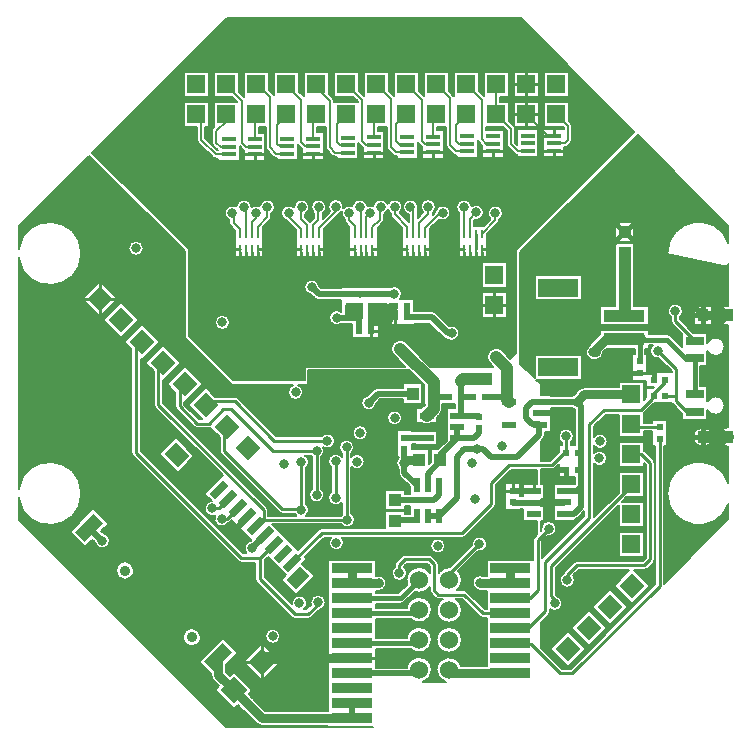
<source format=gbr>
G04 EasyPC Gerber Version 21.0.3 Build 4286 *
G04 #@! TF.Part,Single*
G04 #@! TF.FileFunction,Copper,L4,Bot *
G04 #@! TF.FilePolarity,Positive *
%FSLAX35Y35*%
%MOIN*%
G04 #@! TA.AperFunction,SMDPad*
%ADD132R,0.01000X0.02756*%
%ADD78R,0.04600X0.01800*%
%ADD130R,0.02165X0.04724*%
%ADD21R,0.02400X0.02400*%
%ADD129R,0.04724X0.02362*%
%ADD23R,0.02400X0.02400*%
%ADD140R,0.05900X0.02800*%
%ADD141R,0.03200X0.03900*%
%ADD133R,0.13200X0.03200*%
%ADD81R,0.03937X0.04291*%
%ADD26R,0.03940X0.04330*%
%ADD139R,0.13800X0.03900*%
%ADD82R,0.04291X0.03937*%
%ADD27R,0.04330X0.03940*%
%AMT134*0 Rectangle Pad at angle 135*21,1,0.02700,0.06300,0,0,135*%
%ADD134T134*%
%AMT136*0 Rectangle Pad at angle 45*21,1,0.05500,0.06300,0,0,45*%
%ADD136T136*%
G04 #@! TA.AperFunction,ComponentPad*
%ADD72R,0.06000X0.06000*%
G04 #@! TD.AperFunction*
%ADD11C,0.00500*%
%ADD15C,0.00800*%
%ADD14C,0.01000*%
%ADD19C,0.01500*%
%ADD84C,0.02000*%
%ADD85C,0.03000*%
G04 #@! TA.AperFunction,ViaPad*
%ADD83C,0.03200*%
G04 #@! TA.AperFunction,ComponentPad*
%ADD80C,0.03600*%
G04 #@! TD.AperFunction*
%ADD86C,0.04000*%
G04 #@! TA.AperFunction,WasherPad*
%ADD70C,0.06000*%
G04 #@! TA.AperFunction,ComponentPad*
%AMT77*0 Rectangle Pad at angle 45*21,1,0.06000,0.06000,0,0,45*%
%ADD77T77*%
G04 #@! TA.AperFunction,SMDPad*
%AMT131*0 Rectangle Pad at angle 45*21,1,0.06300,0.06300,0,0,45*%
%ADD131T131*%
%AMT137*0 Rectangle Pad at angle 135*21,1,0.04700,0.06300,0,0,135*%
%ADD137T137*%
%AMT135*0 Rectangle Pad at angle 135*21,1,0.04700,0.08700,0,0,135*%
%ADD135T135*%
%ADD138R,0.13400X0.05900*%
X0Y0D02*
D02*
D11*
X27018Y193782D02*
X3450Y170215D01*
Y162596*
G75*
G02X24350Y161150I10400J-1446*
G01*
G75*
G02X3450Y159704I-10500*
G01*
Y82596*
G75*
G02X24350Y81150I10400J-1446*
G01*
G75*
G02X3450Y79704I-10500*
G01*
Y72385*
X72685Y3150*
X121650*
Y3300*
X106700*
Y3700*
X84550*
G75*
G02X82818Y4418I0J2450*
G01*
X79274Y7962*
G75*
G02X77586Y9416I814J2650*
G01*
X76404Y10581*
X75112Y9290*
X68890Y15512*
X70269Y16891*
X68316Y18844*
G75*
G02X67598Y20576I1732J1733*
G01*
Y21045*
X63543Y25100*
X71462Y33020*
X76554Y27929*
X72498Y23873*
Y21591*
X73733Y20356*
X75112Y21735*
X81335Y15512*
X80091Y14269*
X81245Y13132*
G75*
G02X82739Y11426I-1157J-2520*
G01*
X85565Y8600*
X106700*
Y59000*
X122400*
Y53700*
X122743*
G75*
G02X126000Y51250I707J-2450*
G01*
G75*
G02X122743Y48800I-2550*
G01*
X122400*
Y47850*
X130046*
X132994Y50798*
G75*
G02X140500Y54687I3956J1552*
G01*
Y56949*
X139649Y57800*
X132751*
X131800Y56849*
Y56648*
G75*
G02X132900Y54550I-1450J-2098*
G01*
G75*
G02X127800I-2550*
G01*
G75*
G02X128900Y56648I2550*
G01*
Y57450*
G75*
G02X129325Y58475I1450*
G01*
X131125Y60275*
G75*
G02X132150Y60700I1025J-1025*
G01*
X140250*
G75*
G02X141275Y60275J-1450*
G01*
X142975Y58575*
G75*
G02X143400Y57550I-1025J-1025*
G01*
Y54687*
G75*
G02X147239Y56590I3550J-2337*
G01*
X154541Y63892*
G75*
G02X154500Y64350I2508J457*
G01*
G75*
G02X159600I2550*
G01*
G75*
G02X156592Y61841I-2550*
G01*
X150030Y55279*
G75*
G02X149432Y48900I-3080J-2929*
G01*
X151850*
G75*
G02X152875Y48475J-1450*
G01*
X158751Y42600*
X159500*
Y48700*
X157450*
G75*
G02X156324Y48974J2450*
G01*
G75*
G02X154700Y51350I926J2376*
G01*
G75*
G02X158450Y53600I2550*
G01*
X159500*
Y59000*
X175000*
Y65750*
G75*
G02X175425Y66775I1450*
G01*
X176250Y67601*
Y68726*
G75*
G02X176248Y68757I1198J77*
G01*
X176248Y68778*
G75*
G02X176247Y68822I1200J43*
G01*
Y71979*
X171496*
Y76043*
X170600*
Y75700*
X165700*
Y84500*
X170600*
Y80257*
X171496*
Y84321*
X176247*
Y89043*
X167516*
X162557Y84084*
Y77650*
G75*
G02X162087Y76513I-1607*
G01*
X152487Y66913*
G75*
G02X151350Y66443I-1137J1137*
G01*
X111257*
G75*
G02X111900Y64750I-1907J-1692*
G01*
G75*
G02X106800I-2550*
G01*
G75*
G02X107443Y66443I2550J0*
G01*
X105221*
X98887Y60043*
X99605Y59324*
X97979Y57698*
X102151Y53526*
X95928Y47304*
X90837Y52394*
X92464Y54021*
X86579Y59906*
X85533Y58860*
Y53240*
X94533Y44240*
G75*
G02X94500Y44650I2517J409*
G01*
G75*
G02X99600I2550*
G01*
G75*
G02X98641Y42657I-2550*
G01*
X99384*
X100816Y44089*
G75*
G02X100700Y44850I2434J761*
G01*
G75*
G02X105800I2550*
G01*
G75*
G02X103597Y42324I-2550*
G01*
X101187Y39913*
G75*
G02X100050Y39443I-1137J1137*
G01*
X95450*
G75*
G02X94313Y39913J1607*
G01*
X82789Y51438*
G75*
G02X82318Y52574I1137J1137*
G01*
Y58043*
X77650*
G75*
G02X76513Y58513J1607*
G01*
X41513Y93513*
G75*
G02X41043Y94650I1137J1137*
G01*
Y129347*
X38633Y131757*
X44643Y137767*
X50654Y131757*
X44643Y125746*
X44257Y126132*
Y95316*
X78316Y61257*
X79343*
G75*
G02X80793Y65459I1907J1693*
G01*
X80910Y65574*
X74326Y72158*
X73793Y71625*
G75*
G02X73319Y71309I-1026J1025*
G01*
G75*
G02X68857Y73767I-2169J1341*
G01*
G75*
G02X65400Y76150I-907J2383*
G01*
G75*
G02X67790Y78695I2550*
G01*
X65381Y81103*
X71464Y87185*
X48925Y109725*
G75*
G02X48500Y110750I1025J1025*
G01*
Y121890*
X45704Y124685*
X51715Y130696*
X57725Y124685*
X51715Y118675*
X51400Y118990*
Y111351*
X86175Y76575*
G75*
G02X86600Y75550I-1025J-1025*
G01*
Y73800*
X96007*
G75*
G02X95461Y74443I1643J1950*
G01*
X91350*
G75*
G02X90213Y74913J1607*
G01*
X70913Y94213*
G75*
G02X70443Y95350I1137J1137*
G01*
Y99947*
X67337Y103053*
G75*
G02X66950Y103000I-387J1397*
G01*
X62850*
G75*
G02X61825Y103425J1450*
G01*
X56125Y109125*
G75*
G02X55700Y110150I1025J1025*
G01*
Y114690*
X52775Y117615*
X58785Y123625*
X64796Y117615*
X58785Y111604*
X58600Y111790*
Y110751*
X63451Y105900*
X64490*
X59846Y110543*
X65857Y116554*
X68953Y113457*
X75450*
G75*
G02X76591Y112982J-1607*
G01*
X89219Y100257*
X104370*
G75*
G02X108900Y98650I1980J-1607*
G01*
G75*
G02X104969Y96506I-2550*
G01*
G75*
G02X104200Y93152I-2219J-1256*
G01*
Y82748*
G75*
G02X105300Y80650I-1450J-2098*
G01*
G75*
G02X100200I-2550*
G01*
G75*
G02X101300Y82748I2550*
G01*
Y93152*
G75*
G02X100652Y93800I1450J2098*
G01*
X99021*
G75*
G02X99257Y89670I-1371J-2150*
G01*
Y77730*
G75*
G02X99293Y73800I-1607J-1980*
G01*
X110873*
G75*
G02X111143Y74128I2098J-1450*
G01*
Y78059*
G75*
G02X106600Y79650I-1993J1591*
G01*
G75*
G02X107700Y81748I2550*
G01*
Y89752*
G75*
G02X106600Y91850I1450J2098*
G01*
G75*
G02X111143Y93441I2550*
G01*
Y94570*
G75*
G02X110200Y96550I1607J1980*
G01*
G75*
G02X115300I2550*
G01*
G75*
G02X114357Y94570I-2550*
G01*
Y93459*
G75*
G02X118800Y91750I1893J-1709*
G01*
G75*
G02X114357Y90041I-2550*
G01*
Y74490*
G75*
G02X115520Y72350I-1387J-2140*
G01*
G75*
G02X110873Y70900I-2550*
G01*
X88030*
X96614Y62316*
X103407Y69181*
G75*
G02X104550Y69657I1143J-1131*
G01*
X125535*
Y75170*
X132365*
Y74300*
X133877*
Y76843*
X132365*
Y75730*
X125535*
Y82170*
X132365*
Y81057*
X133877*
Y83543*
X130671Y86749*
G75*
G02X130100Y88128I1379J1379*
G01*
Y89279*
G75*
G02Y93221I1950J1971*
G01*
Y93400*
X129600*
Y102200*
X134500*
Y101857*
X135796*
Y102041*
X143020*
Y97179*
X135796*
Y97643*
X134500*
Y95865*
X140270*
Y90995*
X140830Y91569*
Y95865*
X143189*
X146080Y98756*
Y109521*
X148900*
Y111000*
X144700*
Y109432*
G75*
G02X143836Y107346I-2950J0*
G01*
X143020Y106530*
Y104659*
X141079*
G75*
G02X137737I-1671J2431*
G01*
X135796*
Y109521*
X137667*
X138800Y110654*
Y111035*
X138530*
Y113865*
G75*
G02Y115035I3221J585*
G01*
Y117298*
X137970Y117858*
Y111035*
X131530*
Y112500*
X124058*
X122691Y111133*
G75*
G02X117600Y111350I-2541J217*
G01*
G75*
G02X119933Y113891I2550*
G01*
X121871Y115829*
G75*
G02X123250Y116400I1379J-1379*
G01*
X131530*
Y117865*
X137963*
X133578Y122250*
X132465*
G75*
G02X132378Y122247I-87J1200*
G01*
X99953*
Y118850*
G75*
G02X99950Y118763I-1204*
G01*
Y117250*
X96612*
G75*
G02X98300Y114850I-862J-2400*
G01*
G75*
G02X93200I-2550*
G01*
G75*
G02X94888Y117250I2550*
G01*
X74650*
X58850Y133050*
Y161950*
X27018Y193782*
X24491Y145899D02*
X30501Y151909D01*
X36511Y145899*
X30501Y139889*
X24491Y145899*
X28010Y65652D02*
X25500Y63143D01*
X20409Y68234*
X28329Y76154*
X33420Y71062*
X30991Y68633*
X31785Y67863*
G75*
G02X33900Y65350I-435J-2513*
G01*
G75*
G02X28852Y64835I-2550*
G01*
X28010Y65652*
X31562Y138828D02*
X37572Y144838D01*
X43583Y138828*
X37572Y132817*
X31562Y138828*
X36708Y57592D02*
G75*
G02X41021Y53279I2157J-2157D01*
G01*
G75*
G02X36708Y57592I-2157J2157*
G01*
X45100Y162850D02*
G75*
G02X40000I-2550D01*
G01*
G75*
G02X45100I2550*
G01*
X55835Y99842D02*
X62058Y93619D01*
X56401Y87962*
X50178Y94185*
X55835Y99842*
X58982Y35318D02*
G75*
G02X63295Y31005I2157J-2157D01*
G01*
G75*
G02X58982Y35318I-2157J2157*
G01*
X90700Y33550D02*
G75*
G02X85600I-2550D01*
G01*
G75*
G02X90700I2550*
G01*
X90810Y24988D02*
X84588Y18765D01*
X78365Y24988*
X84588Y31210*
X90810Y24988*
X119800Y101350D02*
G75*
G02X114700I-2550D01*
G01*
G75*
G02X119800I2550*
G01*
X131300Y106350D02*
G75*
G02X126200I-2550D01*
G01*
G75*
G02X131300I2550*
G01*
X145700Y63650D02*
G75*
G02X140600I-2550D01*
G01*
G75*
G02X145700I2550*
G01*
X106700Y3400D02*
G36*
Y3700D01*
X84550*
G75*
G02X82818Y4418I1J2451*
G01*
X79274Y7962*
G75*
G02X77586Y9416I815J2652*
G01*
X76404Y10581*
X75112Y9290*
X68890Y15512*
X70269Y16891*
X68316Y18844*
G75*
G02X67598Y20576I1733J1733*
G01*
Y21045*
X63655Y24988*
X50848*
X72435Y3400*
X106700*
G37*
Y24988D02*
G36*
X90810D01*
X84588Y18765*
X78365Y24988*
X73613*
X72498Y23873*
Y21591*
X73733Y20356*
X75112Y21735*
X81335Y15512*
X80091Y14269*
X81245Y13132*
G75*
G02X82739Y11426I-1159J-2521*
G01*
X85565Y8600*
X106700*
Y24988*
G37*
Y33161D02*
G36*
X90670D01*
G75*
G02X85630I-2520J389*
G01*
X64189*
G75*
G02X63295Y31005I-3050*
G01*
G75*
G02X58089Y33161I-2157J2157*
G01*
X42674*
X50848Y24988*
X63655*
X63543Y25100*
X71462Y33020*
X76554Y27929*
X73613Y24988*
X78365*
X84588Y31210*
X90810Y24988*
X106700*
Y33161*
G37*
G36*
Y55435*
X100241*
X102151Y53526*
X95928Y47304*
X90837Y52394*
X92464Y54021*
X91049Y55435*
X85533*
Y53240*
X94533Y44240*
G75*
G02X94500Y44650I2522J410*
G01*
G75*
G02X99600I2550*
G01*
Y44650*
G75*
G02X98641Y42657I-2549*
G01*
X99384*
X100816Y44089*
G75*
G02X100700Y44849I2428J760*
G01*
G75*
G02Y44850I2820J0*
G01*
G75*
G02X105800I2550*
G01*
Y44850*
G75*
G02X103597Y42324I-2550*
G01*
X101187Y39913*
G75*
G02X100050Y39443I-1137J1138*
G01*
X95450*
G75*
G02X94313Y39913I1J1609*
G01*
X82789Y51438*
G75*
G02X82318Y52574I1138J1137*
G01*
Y55435*
X41915*
G75*
G02X41021Y53279I-3050*
G01*
G75*
G02X35815Y55435I-2157J2157*
G01*
X20400*
X42674Y33161*
X58089*
G75*
G02X58982Y35318I3050*
G01*
G75*
G02X64189Y33161I2157J-2157*
G01*
X85630*
G75*
G02X85600Y33550I2520J389*
G01*
G75*
G02X90700I2550*
G01*
G75*
G02X90670Y33161I-2550J1*
G01*
X106700*
G37*
X134027Y55435D02*
G36*
X132741D01*
G75*
G02X132900Y54550I-2392J-885*
G01*
G75*
G02X127800I-2550*
G01*
G75*
G02X127959Y55435I2550*
G01*
X122400*
Y53700*
X122743*
G75*
G02X126000Y51250I707J-2450*
G01*
G75*
G02X122743Y48800I-2550J0*
G01*
X122400*
Y47850*
X130046*
X132994Y50798*
G75*
G02X132700Y52350I3956J1552*
G01*
G75*
G02X134027Y55435I4250*
G01*
G37*
X140500D02*
G36*
X139873D01*
G75*
G02X140500Y54687I-2923J-3085*
G01*
Y55435*
G37*
X144027D02*
G36*
X143400D01*
Y54687*
G75*
G02X144027Y55435I3550J-2336*
G01*
G37*
X159500D02*
G36*
X150186D01*
X150030Y55279*
G75*
G02X151200Y52350I-3080J-2929*
G01*
G75*
G02X149432Y48900I-4250*
G01*
X151850*
G75*
G02X152875Y48475I-1J-1453*
G01*
X158751Y42600*
X159500*
Y48700*
X157450*
G75*
G02X156324Y48974I-2J2443*
G01*
G75*
G02X154700Y51350I926J2376*
G01*
G75*
G02X158450Y53600I2550*
G01*
X159500*
Y55435*
G37*
X82318D02*
G36*
Y58043D01*
X77650*
G75*
G02X76513Y58513I1J1609*
G01*
X71377Y63650*
X33251*
G75*
G02X29449I-1901J1700*
G01*
X26008*
X25500Y63143*
X24993Y63650*
X12185*
X20400Y55435*
X35815*
G75*
G02X36708Y57592I3050*
G01*
G75*
G02X41915Y55435I2157J-2157*
G01*
X82318*
G37*
X78798Y63650D02*
G36*
X75923D01*
X78316Y61257*
X79343*
G75*
G02X78700Y62950I1907J1692*
G01*
G75*
G02X78798Y63650I2550J1*
G01*
G37*
X91049Y55435D02*
G36*
X86579Y59906D01*
X85533Y58860*
Y55435*
X91049*
G37*
X154299Y63650D02*
G36*
X145700D01*
G75*
G02X140600I-2550*
G01*
X111650*
G75*
G02X107050I-2300J1100*
G01*
X102457*
X98887Y60043*
X99605Y59324*
X97979Y57698*
X100241Y55435*
X106700*
Y59000*
X122400*
Y55435*
X127959*
G75*
G02X128900Y56648I2392J-886*
G01*
Y57450*
G75*
G02X129325Y58475I1453J-1*
G01*
X131125Y60275*
G75*
G02X132150Y60700I1026J-1028*
G01*
X140250*
G75*
G02X141275Y60275I-1J-1453*
G01*
X142975Y58575*
G75*
G02X143400Y57550I-1028J-1026*
G01*
Y55435*
X144027*
G75*
G02X147239Y56590I2922J-3085*
G01*
X154299Y63650*
G37*
X97934D02*
G36*
X95280D01*
X96614Y62316*
X97934Y63650*
G37*
X140500Y55435D02*
G36*
Y56949D01*
X139649Y57800*
X132751*
X131800Y56849*
Y56648*
G75*
G02X132741Y55435I-1450J-2098*
G01*
X134027*
G75*
G02X139873I2923J-3085*
G01*
X140500*
G37*
X175000Y63650D02*
G36*
X159502D01*
G75*
G02X156592Y61841I-2452J700*
G01*
X150186Y55435*
X159500*
Y59000*
X175000*
Y63650*
G37*
X12185D02*
G36*
X24993D01*
X20409Y68234*
X21652Y69477*
X6359*
X12185Y63650*
G37*
X29449D02*
G36*
G75*
G02X28852Y64835I1901J1700D01*
G01*
X28010Y65652*
X26008Y63650*
X29449*
G37*
X71377D02*
G36*
X65550Y69477D01*
X31835*
X30991Y68633*
X31785Y67863*
G75*
G02X33900Y65351I-435J-2512*
G01*
G75*
G02Y65350I-3470J0*
G01*
G75*
G02X33251Y63650I-2550*
G01*
X71377*
G37*
X78798D02*
G36*
G75*
G02X80793Y65459I2452J-700D01*
G01*
X80910Y65574*
X77008Y69477*
X70096*
X75923Y63650*
X78798*
G37*
X103810Y69477D02*
G36*
X89453D01*
X95280Y63650*
X97934*
X103407Y69181*
G75*
G02X103810Y69477I1143J-1132*
G01*
G37*
X107050Y63650D02*
G36*
G75*
G02X106800Y64750I2300J1100D01*
G01*
G75*
G02X107443Y66443I2552J-1*
G01*
X105221*
X102457Y63650*
X107050*
G37*
X176000Y67351D02*
G36*
Y69477D01*
X155050*
X152487Y66913*
G75*
G02X151350Y66443I-1137J1138*
G01*
X111257*
G75*
G02X111900Y64750I-1910J-1693*
G01*
G75*
G02X111650Y63650I-2550J0*
G01*
X140600*
G75*
G02X145700I2550*
G01*
X154299*
X154541Y63892*
G75*
G02X154500Y64347I2485J455*
G01*
G75*
G02Y64350I2589J2*
G01*
G75*
G02X159600I2550*
G01*
G75*
G02X159502Y63650I-2551J0*
G01*
X175000*
Y65750*
G75*
G02X175425Y66775I1453J-1*
G01*
X176000Y67351*
G37*
X65550Y69477D02*
G36*
X41513Y93513D01*
G75*
G02X41227Y93902I1138J1138*
G01*
X3700*
Y83838*
G75*
G02X24350Y81150I10150J-2689*
G01*
G75*
G02X3700Y78462I-10500J0*
G01*
Y72135*
X6359Y69477*
X21652*
X28329Y76154*
X33420Y71062*
X31835Y69477*
X65550*
G37*
X77008D02*
G36*
X74326Y72158D01*
X73793Y71625*
G75*
G02X73319Y71309I-1023J1022*
G01*
G75*
G02X68600Y72650I-2169J1341*
G01*
G75*
G02X68857Y73767I2550J0*
G01*
G75*
G02X65400Y76150I-907J2383*
G01*
Y76150*
G75*
G02X67790Y78695I2550*
G01*
X65381Y81103*
X71464Y87185*
X64747Y93902*
X61775*
X62058Y93619*
X56401Y87962*
X50461Y93902*
X45671*
X70096Y69477*
X77008*
G37*
X71225Y93902D02*
G36*
X68848D01*
X86175Y76575*
G75*
G02X86600Y75550I-1028J-1026*
G01*
Y73800*
X96007*
G75*
G02X95461Y74443I1646J1953*
G01*
X91350*
G75*
G02X90213Y74913I1J1609*
G01*
X71225Y93902*
G37*
X103810Y69477D02*
G36*
G75*
G02X104550Y69657I741J-1428D01*
G01*
X125535*
Y75170*
X132365*
Y74300*
X133877*
Y76843*
X132365*
Y75730*
X125535*
Y82170*
X132365*
Y81057*
X133877*
Y83543*
X130671Y86749*
G75*
G02X130100Y88128I1378J1379*
G01*
Y89279*
G75*
G02X129277Y91250I1950J1971*
G01*
G75*
G02X130100Y93221I2773*
G01*
Y93400*
X129600*
Y93902*
X117618*
G75*
G02X118800Y91750I-1368J-2152*
G01*
G75*
G02X114357Y90041I-2550*
G01*
Y74490*
G75*
G02X115520Y72350I-1386J-2139*
G01*
Y72350*
G75*
G02X110873Y70900I-2550*
G01*
X88030*
X89453Y69477*
X103810*
G37*
X107636Y93902D02*
G36*
X104915D01*
G75*
G02X104200Y93152I-2165J1348*
G01*
Y82748*
G75*
G02X105300Y80650I-1450J-2098*
G01*
G75*
G02X100200I-2550*
G01*
G75*
G02X101300Y82748I2550J0*
G01*
Y93152*
G75*
G02X100652Y93800I1449J2097*
G01*
X99021*
G75*
G02X100200Y91650I-1372J-2150*
G01*
G75*
G02X99257Y89670I-2550*
G01*
Y77730*
G75*
G02X100200Y75750I-1607J-1980*
G01*
G75*
G02X99293Y73800I-2550*
G01*
X110873*
G75*
G02X111143Y74128I2077J-1433*
G01*
Y78059*
G75*
G02X106600Y79650I-1993J1591*
G01*
G75*
G02X107700Y81748I2550J0*
G01*
Y89752*
G75*
G02X106600Y91850I1450J2098*
G01*
G75*
G02X107636Y93902I2550*
G01*
G37*
X111143D02*
G36*
X110664D01*
G75*
G02X111143Y93441I-1514J-2053*
G01*
Y93902*
G37*
X114882D02*
G36*
X114357D01*
Y93459*
G75*
G02X114882Y93902I1893J-1709*
G01*
G37*
X140830D02*
G36*
X140270D01*
Y90995*
X140830Y91569*
Y93902*
G37*
X176000Y71979D02*
G36*
X171496D01*
Y76043*
X170600*
Y75700*
X165700*
Y84500*
X170600*
Y80257*
X171496*
Y84321*
X176000*
Y89043*
X167516*
X162557Y84084*
Y77650*
G75*
G02X162087Y76513I-1609J1*
G01*
X155050Y69477*
X176000*
Y71979*
G37*
X41227Y93902D02*
G36*
G75*
G02X41043Y94650I1424J748D01*
G01*
Y101350*
X3700*
Y93902*
X41227*
G37*
X45671D02*
G36*
X50461D01*
X50178Y94185*
X55835Y99842*
X61775Y93902*
X64747*
X57300Y101350*
X44257*
Y95316*
X45671Y93902*
G37*
X71225D02*
G36*
X70913Y94213D01*
G75*
G02X70443Y95350I1138J1137*
G01*
Y99947*
X69040Y101350*
X61401*
X68848Y93902*
X71225*
G37*
X129600Y101350D02*
G36*
X119800D01*
G75*
G02X114700I-2550*
G01*
X88135*
X89219Y100257*
X104370*
G75*
G02X108900Y98650I1980J-1607*
G01*
G75*
G02X104969Y96506I-2550J0*
G01*
G75*
G02X105300Y95250I-2219J-1256*
G01*
G75*
G02X104915Y93902I-2550*
G01*
X107636*
G75*
G02X110664I1514J-2052*
G01*
X111143*
Y94570*
G75*
G02X110200Y96550I1608J1980*
G01*
G75*
G02X115300I2550*
G01*
G75*
G02X114357Y94570I-2550J0*
G01*
Y93902*
X114882*
G75*
G02X117618I1368J-2152*
G01*
X129600*
Y101350*
G37*
X146080D02*
G36*
X143020D01*
Y97179*
X135796*
Y97643*
X134500*
Y95865*
X140270*
Y93902*
X140830*
Y95865*
X143189*
X146080Y98756*
Y101350*
G37*
X41043Y106350D02*
G36*
X3700D01*
Y101350*
X41043*
Y106350*
G37*
X69040Y101350D02*
G36*
X67337Y103053D01*
G75*
G02X66950Y103000I-389J1408*
G01*
X62850*
G75*
G02X61825Y103425I1J1453*
G01*
X58900Y106350*
X56401*
X61401Y101350*
X69040*
G37*
X57300D02*
G36*
X52300Y106350D01*
X44257*
Y101350*
X57300*
G37*
X64040Y106350D02*
G36*
X63001D01*
X63451Y105900*
X64490*
X64040Y106350*
G37*
X146080D02*
G36*
X143020D01*
Y104659*
X141079*
G75*
G02X137737I-1671J2431*
G01*
X135796*
Y106350*
X131300*
G75*
G02X126200I-2550*
G01*
X83173*
X88135Y101350*
X114700*
G75*
G02X119800I2550*
G01*
X129600*
Y102200*
X134500*
Y101857*
X135796*
Y102041*
X143020*
Y101350*
X146080*
Y106350*
G37*
X58850Y138828D02*
G36*
X43583D01*
X37572Y132817*
X31562Y138828*
X3700*
Y106350*
X41043*
Y129347*
X38633Y131757*
X44643Y137767*
X50654Y131757*
X44643Y125746*
X44257Y126132*
Y106350*
X52300*
X48925Y109725*
G75*
G02X48500Y110750I1028J1026*
G01*
Y121890*
X45704Y124685*
X51715Y130696*
X57725Y124685*
X51715Y118675*
X51400Y118990*
Y111351*
X56401Y106350*
X58900*
X56125Y109125*
G75*
G02X55700Y110150I1028J1026*
G01*
Y114690*
X52775Y117615*
X58785Y123625*
X64796Y117615*
X58785Y111604*
X58600Y111790*
Y110751*
X63001Y106350*
X64040*
X59846Y110543*
X65857Y116554*
X68953Y113457*
X75450*
G75*
G02X76591Y112982J-1607*
G01*
X83173Y106350*
X126200*
G75*
G02X131300I2550*
G01*
X135796*
Y109521*
X137667*
X138800Y110654*
Y111035*
X138530*
Y113865*
G75*
G02X138477Y114450I3222J585*
G01*
G75*
G02X138530Y115035I3275*
G01*
Y117298*
X137970Y117858*
Y111035*
X131530*
Y112500*
X124058*
X122691Y111133*
G75*
G02X117600Y111350I-2541J217*
G01*
G75*
G02X119933Y113891I2550*
G01*
X121871Y115829*
G75*
G02X123250Y116400I1379J-1378*
G01*
X131530*
Y117865*
X137963*
X133578Y122250*
X132465*
G75*
G02X132378Y122247I-87J1191*
G01*
X99953*
Y118850*
Y118850*
G75*
G02X99950Y118763I-1193*
G01*
Y117250*
X96612*
G75*
G02X98300Y114851I-861J-2399*
G01*
G75*
G02Y114850I-2820J0*
G01*
G75*
G02X93200I-2550*
G01*
G75*
G02Y114851I2820J0*
G01*
G75*
G02X94888Y117250I2549*
G01*
X74650*
X58850Y133050*
Y138828*
G37*
X146080Y106350D02*
G36*
Y109521D01*
X148900*
Y111000*
X144700*
Y109432*
G75*
G02X143836Y107346I-2952J1*
G01*
X143020Y106530*
Y106350*
X146080*
G37*
X58850Y145899D02*
G36*
X36511D01*
X30501Y139889*
X24491Y145899*
X3700*
Y138828*
X31562*
X37572Y144838*
X43583Y138828*
X58850*
Y145899*
G37*
X57950Y162850D02*
G36*
X45100D01*
G75*
G02X40000I-2550*
G01*
X24211*
G75*
G02X24350Y161150I-10362J-1700*
G01*
G75*
G02X3700Y158462I-10500J0*
G01*
Y145899*
X24491*
X30501Y151909*
X36511Y145899*
X58850*
Y161950*
X57950Y162850*
G37*
X27268Y193532D02*
G36*
X26768D01*
X3700Y170465*
Y163838*
G75*
G02X24211Y162850I10150J-2689*
G01*
X40000*
G75*
G02X45100I2550*
G01*
X57950*
X27268Y193532*
G37*
X27918Y194682D02*
X51750Y170850D01*
X51850*
X60150Y162550*
Y133650*
X74950Y118850*
X98750*
Y123450*
X132378*
X128464Y127364*
G75*
G02X132636Y131536I2086J2086*
G01*
X140722Y123450*
X161678*
X160464Y124664*
G75*
G02X164636Y128836I2086J2086*
G01*
X167336Y126136*
X169250Y128050*
Y162250*
X208682Y201682*
X170815Y239550*
X72785*
X27918Y194682*
X63000Y203300D02*
X58400D01*
Y211800*
X66900*
Y203300*
X65700*
Y199509*
X69709Y195500*
X69768*
X68284Y196984*
G75*
G02X67843Y198050I1066J1066*
G01*
Y201950*
G75*
G02X68268Y203000I1507J0*
G01*
X68559Y203300*
X68400*
Y211800*
X76091*
X74591Y213300*
X68400*
Y221800*
X76900*
Y214809*
X78400Y213309*
Y221800*
X86900*
Y215609*
X88105Y214405*
G75*
G02X88400Y213960I-955J-954*
G01*
Y221800*
X96900*
Y215009*
X98400Y213509*
Y221800*
X106900*
Y214209*
X108105Y213005*
G75*
G02X108500Y212050I-955J-954*
G01*
Y211800*
X116400*
Y211891*
X114991Y213300*
X108400*
Y221800*
X116900*
Y215209*
X118400Y213709*
Y221800*
X126900*
Y215209*
X128400Y213709*
Y221800*
X136900*
Y215209*
X138400Y213709*
Y221800*
X146900*
Y215209*
X148305Y213805*
G75*
G02X148400Y213698I-957J-954*
G01*
Y221800*
X156900*
Y215209*
X158400Y213709*
Y221800*
X166900*
Y213300*
X164000*
Y211800*
X166900*
Y205209*
X168400Y203709*
Y211800*
X176900*
Y203300*
X168733*
G75*
G02X168900Y202650I-1183J-650*
G01*
Y198109*
X169600Y197409*
Y202500*
X176700*
Y193200*
X169600*
Y194008*
G75*
G02X168795Y194395I150J1342*
G01*
X166595Y196595*
G75*
G02X166200Y197550I955J954*
G01*
Y202091*
X164991Y203300*
X159100*
Y202418*
X165100*
Y193000*
X158000*
Y196991*
X156795Y198195*
G75*
G02X156500Y198640I955J954*
G01*
Y193000*
X149400*
Y193800*
X149350*
G75*
G02X148395Y194195I0J1350*
G01*
X146395Y196195*
G75*
G02X146000Y197150I955J954*
G01*
Y203300*
X142900*
Y202218*
X145100*
Y192800*
X138000*
Y196415*
G75*
G02X137836Y196554I791J1095*
G01*
X136795Y197595*
G75*
G02X136500Y198040I955J954*
G01*
Y192800*
X129400*
Y193600*
X129150*
G75*
G02X128195Y193995I0J1350*
G01*
X126595Y195595*
G75*
G02X126200Y196550I955J954*
G01*
Y203300*
X123100*
Y202018*
X125300*
Y192600*
X118200*
Y196391*
X116795Y197795*
G75*
G02X116700Y197902I957J954*
G01*
Y192600*
X109600*
Y193400*
X108950*
G75*
G02X107995Y193795I0J1350*
G01*
X106195Y195595*
G75*
G02X105800Y196550I955J954*
G01*
Y203300*
X102900*
Y201618*
X105100*
Y192200*
X98000*
Y195991*
X96595Y197395*
G75*
G02X96500Y197502I957J954*
G01*
Y192200*
X89400*
Y193000*
X89350*
G75*
G02X88395Y193395I0J1350*
G01*
X86195Y195595*
G75*
G02X85800Y196550I955J954*
G01*
Y203300*
X83500*
Y201418*
X85700*
Y192000*
X78600*
Y195476*
G75*
G02X78195Y195754I550J1233*
G01*
X77100Y196850*
Y192000*
X70000*
Y192800*
X69150*
G75*
G02X68195Y193195I0J1350*
G01*
X63395Y197995*
G75*
G02X63000Y198950I955J954*
G01*
Y203300*
X66900Y221800D02*
Y213300D01*
X58400*
Y221800*
X66900*
X73648Y172305D02*
G75*
G02X72100Y174650I1002J2345D01*
G01*
G75*
G02X76005Y176810I2550*
G01*
G75*
G02X81100Y176675I2545J-160*
G01*
G75*
G02X83814Y176919I1550J-2025*
G01*
G75*
G02X88900Y176650I2536J-269*
G01*
G75*
G02X87700Y174487I-2550*
G01*
Y173250*
G75*
G02X87305Y172295I-1350J0*
G01*
X84900Y169891*
Y159922*
X75494*
Y168770*
X74088Y170180*
G75*
G02X73648Y171244I1067J1065*
G01*
Y172305*
X73900Y138150D02*
G75*
G02X68800I-2550D01*
G01*
G75*
G02X73900I2550*
G01*
X92302Y172373D02*
G75*
G02X90900Y174650I1148J2277D01*
G01*
G75*
G02X95204Y176500I2550*
G01*
G75*
G02X95200Y176650I2548J149*
G01*
G75*
G02X100300I2550*
G01*
G75*
G02X99057Y174461I-2550*
G01*
Y173367*
X100597Y171799*
X101843Y173067*
Y174670*
G75*
G02X100900Y176650I1607J1980*
G01*
G75*
G02X106000I2550*
G01*
G75*
G02X104857Y174524I-2550*
G01*
Y172767*
X107199Y175108*
G75*
G02X106600Y176750I1951J1642*
G01*
G75*
G02X111700I2550*
G01*
G75*
G02X111646Y176226I-2550*
G01*
G75*
G02X114625Y177006I2004J-1576*
G01*
G75*
G02X119675I2525J-356*
G01*
G75*
G02X121625I975J-2357*
G01*
G75*
G02X126500Y177640I2525J-356*
G01*
G75*
G02X131400Y176650I2350J-990*
G01*
G75*
G02X130514Y174717I-2550*
G01*
X133506Y171722*
Y174159*
G75*
G02X131500Y176650I544J2491*
G01*
G75*
G02X136600I2550*
G01*
G75*
G02X136459Y175813I-2550J0*
G01*
G75*
G02X136520Y175387I-1446J-426*
G01*
Y173027*
X138289Y174815*
G75*
G02X137400Y176750I1661J1935*
G01*
G75*
G02X142500I2550*
G01*
G75*
G02X141457Y174693I-2550*
G01*
Y174350*
G75*
G02X141424Y174033I-1507J1*
G01*
X142211Y174820*
G75*
G02X142400Y175357I1339J-170*
G01*
G75*
G02X147400Y174650I2450J-707*
G01*
G75*
G02X143624Y172414I-2550*
G01*
X140700Y169491*
Y159922*
X131294*
Y169669*
X127883Y173085*
G75*
G02X127443Y174150I1067J1065*
G01*
Y174524*
G75*
G02X126500Y175660I1408J2126*
G01*
G75*
G02X125300Y174374I-2350J990*
G01*
Y172450*
G75*
G02X124905Y171495I-1350J0*
G01*
X123100Y169691*
Y159922*
X113694*
Y170070*
X112582Y171186*
G75*
G02X112143Y172250I1067J1064*
G01*
Y172593*
G75*
G02X111154Y175174I1508J2057*
G01*
G75*
G02X110326Y174487I-2005J1576*
G01*
G75*
G02X110105Y174195I-1176J663*
G01*
X105300Y169391*
Y159922*
X95894*
Y168852*
X92396Y172272*
G75*
G02X92302Y172373I1055J1075*
G01*
X100933Y147409D02*
G75*
G02X98600Y149950I217J2541D01*
G01*
G75*
G02X103691Y150167I2550*
G01*
X104358Y149500*
X111000*
Y150000*
X127300*
Y149913*
G75*
G02X130594Y146100I1350J-2163*
G01*
X135200*
Y141957*
X141150*
G75*
G02X142626Y141354J-2108*
G01*
X147056Y137007*
G75*
G02X150303Y134550I694J-2457*
G01*
G75*
G02X146285Y132459I-2553*
G01*
G75*
G02X145074Y133046I265J2091*
G01*
X140289Y137743*
X135200*
Y137400*
X126400*
Y141200*
X123400*
Y133000*
X114600*
Y137800*
X114118*
G75*
G02X111782I-1168J1950*
G01*
X111130*
G75*
G02X106937Y139750I-1643J1950*
G01*
G75*
G02X111000Y141802I2550*
G01*
Y145600*
X103550*
G75*
G02X102171Y146171I0J1950*
G01*
X100933Y147409*
X150094Y159922D02*
Y170296D01*
X150337*
Y174597*
G75*
G02X149300Y176650I1513J2053*
G01*
G75*
G02X154391Y176868I2550*
G01*
G75*
G02X158500Y174850I1559J-2018*
G01*
G75*
G02X155514Y172337I-2550*
G01*
X155320Y172138*
Y170296*
X158469*
X160799Y172626*
G75*
G02X159800Y174650I1551J2024*
G01*
G75*
G02X164900I2550*
G01*
G75*
G02X163700Y172487I-2550*
G01*
Y172268*
G75*
G02X163305Y171313I-1350J0*
G01*
X159500Y167509*
Y159922*
X150094*
X166300Y139700D02*
X157800D01*
Y148200*
X166300*
Y139700*
Y149700D02*
X157800D01*
Y158200*
X166300*
Y149700*
X176900Y221800D02*
Y213300D01*
X168400*
Y221800*
X176900*
X178200Y193200D02*
Y202618D01*
X185200*
Y203091*
X184991Y203300*
X178400*
Y211800*
X186900*
Y205209*
X187505Y204605*
G75*
G02X187900Y203650I-955J-954*
G01*
Y198950*
G75*
G02X187505Y197995I-1350J0*
G01*
X186464Y196954*
G75*
G02X185509Y196559I-954J955*
G01*
X185300*
Y193200*
X178200*
X186900Y221800D02*
Y213300D01*
X178400*
Y221800*
X186900*
X169250Y138150D02*
G36*
X145891D01*
X147056Y137007*
G75*
G02X150303Y134550I694J-2457*
G01*
G75*
G02X146285Y132459I-2553*
G01*
G75*
G02X145074Y133046I266J2092*
G01*
X140289Y137743*
X135200*
Y137400*
X126400*
Y138150*
X123400*
Y133000*
X114600*
Y137800*
X114118*
G75*
G02X111782I-1168J1950*
G01*
X111130*
G75*
G02X107501Y138150I-1643J1950*
G01*
X73900*
G75*
G02X68800I-2550*
G01*
X60150*
Y133650*
X74700Y119100*
X98750*
Y123450*
X132378*
X128464Y127364*
G75*
G02X127600Y129450I2086J2086*
G01*
G75*
G02X132636Y131536I2950*
G01*
X140722Y123450*
X161678*
X160464Y124664*
G75*
G02X159600Y126750I2086J2086*
G01*
G75*
G02X164636Y128836I2950*
G01*
X167336Y126136*
X169250Y128050*
Y138150*
G37*
X111000Y143950D02*
G36*
X60150D01*
Y138150*
X68800*
G75*
G02X73900I2550*
G01*
X107501*
G75*
G02X106937Y139750I1985J1600*
G01*
G75*
G02X111000Y141802I2550J0*
G01*
Y143950*
G37*
X126400Y138150D02*
G36*
Y141200D01*
X123400*
Y138150*
X126400*
G37*
X169250Y143950D02*
G36*
X166300D01*
Y139700*
X157800*
Y143950*
X135200*
Y141957*
X141150*
G75*
G02X142626Y141354I0J-2107*
G01*
X145891Y138150*
X169250*
Y143950*
G37*
Y153950D02*
G36*
X166300D01*
Y149700*
X157800*
Y153950*
X60150*
Y143950*
X111000*
Y145600*
X103550*
G75*
G02X102171Y146171J1950*
G01*
X100933Y147409*
G75*
G02X98600Y149950I217J2541*
G01*
G75*
G02X103691Y150167I2550*
G01*
X104358Y149500*
X111000*
Y150000*
X127300*
Y149913*
G75*
G02X131200Y147750I1350J-2163*
G01*
G75*
G02X130594Y146100I-2550J0*
G01*
X135200*
Y143950*
X157800*
Y148200*
X166300*
Y143950*
X169250*
Y153950*
G37*
X176561Y169561D02*
G36*
X161552D01*
X159500Y167509*
Y159922*
X150094*
Y169561*
X140770*
X140700Y169491*
Y159922*
X131294*
Y169561*
X123100*
Y159922*
X113694*
Y169561*
X105470*
X105300Y169391*
Y159922*
X95894*
Y168852*
X95170Y169561*
X84900*
Y159922*
X75494*
Y168770*
X74706Y169561*
X53139*
X60150Y162550*
Y153950*
X157800*
Y158200*
X166300*
Y153950*
X169250*
Y162250*
X176561Y169561*
G37*
X186900Y206900D02*
G36*
Y205209D01*
X187505Y204605*
G75*
G02X187900Y203650I-956J-955*
G01*
Y198950*
G75*
G02X187505Y197995I-1352J0*
G01*
X186464Y196954*
G75*
G02X185509Y196559I-955J956*
G01*
X185300*
Y193200*
X178200*
Y202618*
X185200*
Y203091*
X184991Y203300*
X178400*
Y206900*
X176900*
Y203300*
X168733*
G75*
G02X168900Y202650I-1187J-651*
G01*
Y198109*
X169600Y197409*
Y202500*
X176700*
Y193200*
X169600*
Y194008*
G75*
G02X168795Y194395I150J1343*
G01*
X166595Y196595*
G75*
G02X166200Y197550I956J955*
G01*
Y202091*
X164991Y203300*
X159100*
Y202418*
X165100*
Y193000*
X158000*
Y196991*
X156795Y198195*
G75*
G02X156500Y198640I965J961*
G01*
Y193000*
X149400*
Y193800*
X149350*
G75*
G02X148395Y194195I0J1352*
G01*
X146395Y196195*
G75*
G02X146000Y197150I956J955*
G01*
Y203300*
X142900*
Y202218*
X145100*
Y192800*
X138000*
Y196415*
G75*
G02X137836Y196554I812J1120*
G01*
X136795Y197595*
G75*
G02X136500Y198040I965J961*
G01*
Y192800*
X129400*
Y193600*
X129150*
G75*
G02X128195Y193995I0J1352*
G01*
X126595Y195595*
G75*
G02X126200Y196550I956J955*
G01*
Y203300*
X123100*
Y202018*
X125300*
Y192600*
X118200*
Y196391*
X116795Y197795*
G75*
G02X116700Y197902I919J919*
G01*
Y192600*
X109600*
Y193400*
X108950*
G75*
G02X107995Y193795I0J1352*
G01*
X106195Y195595*
G75*
G02X105800Y196550I956J955*
G01*
Y203300*
X102900*
Y201618*
X105100*
Y192200*
X98000*
Y195991*
X96595Y197395*
G75*
G02X96500Y197502I919J919*
G01*
Y192200*
X89400*
Y193000*
X89350*
G75*
G02X88395Y193395I0J1352*
G01*
X86195Y195595*
G75*
G02X85800Y196550I956J955*
G01*
Y203300*
X83500*
Y201418*
X85700*
Y192000*
X78600*
Y195476*
G75*
G02X78195Y195754I549J1232*
G01*
X77100Y196850*
Y192000*
X70000*
Y192800*
X69150*
G75*
G02X68195Y193195I0J1352*
G01*
X63395Y197995*
G75*
G02X63000Y198950I956J955*
G01*
Y203300*
X58400*
Y206900*
X40135*
X28168Y194932*
Y194432*
X51750Y170850*
X51850*
X53139Y169561*
X74706*
X74088Y170180*
G75*
G02X73648Y171244I1069J1065*
G01*
Y172305*
G75*
G02X72100Y174650I1003J2346*
G01*
G75*
G02X76005Y176810I2550*
G01*
G75*
G02X81100Y176675I2545J-160*
G01*
G75*
G02X83814Y176919I1550J-2025*
G01*
G75*
G02X88900Y176650I2536J-269*
G01*
G75*
G02X87700Y174487I-2550*
G01*
Y173250*
G75*
G02X87305Y172295I-1352J0*
G01*
X84900Y169891*
Y169561*
X95170*
X92396Y172272*
G75*
G02X92302Y172373I1209J1219*
G01*
G75*
G02X90900Y174650I1148J2277*
G01*
G75*
G02X95204Y176500I2550*
G01*
G75*
G02X95200Y176650I2843J157*
G01*
G75*
G02X100300I2550*
G01*
G75*
G02X99057Y174461I-2550*
G01*
Y173367*
X100597Y171799*
X101843Y173067*
Y174670*
G75*
G02X100900Y176650I1608J1980*
G01*
G75*
G02X106000I2550*
G01*
G75*
G02Y176649I-2374J0*
G01*
G75*
G02X104857Y174524I-2548*
G01*
Y172767*
X107199Y175108*
G75*
G02X106600Y176750I1951J1642*
G01*
G75*
G02X111700I2550*
G01*
G75*
G02X111646Y176226I-2577J3*
G01*
G75*
G02X114625Y177006I2004J-1576*
G01*
G75*
G02X119675I2525J-356*
G01*
G75*
G02X121625I975J-2358*
G01*
G75*
G02X126500Y177640I2525J-356*
G01*
G75*
G02X131400Y176650I2350J-990*
G01*
G75*
G02X130514Y174717I-2552J1*
G01*
X133506Y171722*
Y174159*
G75*
G02X131500Y176650I545J2491*
G01*
G75*
G02X136600I2550*
G01*
Y176650*
G75*
G02X136459Y175813I-2552*
G01*
G75*
G02X136520Y175388I-1442J-425*
G01*
G75*
G02Y175387I-1781J0*
G01*
Y173027*
X138289Y174815*
G75*
G02X137400Y176750I1661J1935*
G01*
G75*
G02X142500I2550*
G01*
G75*
G02X141457Y174693I-2551J1*
G01*
Y174350*
G75*
G02X141424Y174033I-1530J3*
G01*
X142211Y174820*
G75*
G02X142400Y175357I1341J-171*
G01*
G75*
G02X147400Y174650I2450J-707*
G01*
Y174650*
G75*
G02X143624Y172414I-2550*
G01*
X140770Y169561*
X150094*
Y170296*
X150337*
Y174597*
G75*
G02X149300Y176650I1513J2053*
G01*
G75*
G02X154391Y176868I2550*
G01*
G75*
G02X158500Y174850I1559J-2018*
G01*
G75*
G02X155514Y172337I-2550*
G01*
X155320Y172138*
Y170296*
X158469*
X160799Y172626*
G75*
G02X159800Y174650I1553J2025*
G01*
G75*
G02X164900I2550*
G01*
G75*
G02X163700Y172487I-2550*
G01*
Y172268*
G75*
G02X163305Y171313I-1352J0*
G01*
X161552Y169561*
X176561*
X208432Y201432*
Y201932*
X203465Y206900*
X186900*
G37*
X113694Y169561D02*
G36*
Y170070D01*
X112582Y171186*
G75*
G02X112143Y172250I1067J1064*
G01*
Y172593*
G75*
G02X111100Y174651I1509J2057*
G01*
G75*
G02X111154Y175174I2551J-1*
G01*
G75*
G02X110326Y174487I-2004J1576*
G01*
G75*
G02X110105Y174195I-1176J662*
G01*
X105470Y169561*
X113694*
G37*
X131294D02*
G36*
Y169669D01*
X127883Y173085*
G75*
G02X127443Y174150I1067J1065*
G01*
Y174524*
G75*
G02X126500Y175660I1403J2122*
G01*
G75*
G02X125300Y174374I-2348J987*
G01*
Y172450*
G75*
G02X124905Y171495I-1352J0*
G01*
X123100Y169691*
Y169561*
X131294*
G37*
X68400Y206900D02*
G36*
X66900D01*
Y203300*
X65700*
Y199509*
X69709Y195500*
X69768*
X68284Y196984*
G75*
G02X67843Y198050I1066J1066*
G01*
Y198050*
Y201950*
G75*
G02Y201951I1692J1*
G01*
G75*
G02X68268Y203000I1505*
G01*
X68559Y203300*
X68400*
Y206900*
G37*
X168400D02*
G36*
X166900D01*
Y205209*
X168400Y203709*
Y206900*
G37*
X68400D02*
G36*
Y211800D01*
X76091*
X74591Y213300*
X68400*
Y217550*
X66900*
Y213300*
X58400*
Y217550*
X50785*
X40135Y206900*
X58400*
Y211800*
X66900*
Y206900*
X68400*
G37*
X78400Y217550D02*
G36*
X76900D01*
Y214809*
X78400Y213309*
Y217550*
G37*
X88400D02*
G36*
X86900D01*
Y215609*
X88105Y214405*
G75*
G02X88400Y213960I-965J-961*
G01*
Y217550*
G37*
X98400D02*
G36*
X96900D01*
Y215009*
X98400Y213509*
Y217550*
G37*
X108400D02*
G36*
X106900D01*
Y214209*
X108105Y213005*
G75*
G02X108500Y212050I-956J-955*
G01*
Y211800*
X116400*
Y211891*
X114991Y213300*
X108400*
Y217550*
G37*
X118400D02*
G36*
X116900D01*
Y215209*
X118400Y213709*
Y217550*
G37*
X128400D02*
G36*
X126900D01*
Y215209*
X128400Y213709*
Y217550*
G37*
X138400D02*
G36*
X136900D01*
Y215209*
X138400Y213709*
Y217550*
G37*
X148400D02*
G36*
X146900D01*
Y215209*
X148305Y213805*
G75*
G02X148400Y213698I-919J-919*
G01*
Y217550*
G37*
X186900D02*
G36*
Y213300D01*
X178400*
Y217550*
X176900*
Y213300*
X168400*
Y217550*
X166900*
Y213300*
X164000*
Y211800*
X166900*
Y206900*
X168400*
Y211800*
X176900*
Y206900*
X178400*
Y211800*
X186900*
Y206900*
X203465*
X192815Y217550*
X186900*
G37*
X158400D02*
G36*
X156900D01*
Y215209*
X158400Y213709*
Y217550*
G37*
X166900D02*
G36*
X168400D01*
Y221800*
X176900*
Y217550*
X178400*
Y221800*
X186900*
Y217550*
X192815*
X171065Y239300*
X72535*
X50785Y217550*
X58400*
Y221800*
X66900*
Y217550*
X68400*
Y221800*
X76900*
Y217550*
X78400*
Y221800*
X86900*
Y217550*
X88400*
Y221800*
X96900*
Y217550*
X98400*
Y221800*
X106900*
Y217550*
X108400*
Y221800*
X116900*
Y217550*
X118400*
Y221800*
X126900*
Y217550*
X128400*
Y221800*
X136900*
Y217550*
X138400*
Y221800*
X146900*
Y217550*
X148400*
Y221800*
X156900*
Y217550*
X158400*
Y221800*
X166900*
Y217550*
G37*
X138069Y18250D02*
X145831D01*
G75*
G02X142700Y22350I1119J4100*
G01*
G75*
G02X151012Y23600I4250*
G01*
X159500*
Y39700*
X158150*
G75*
G02X157125Y40125J1450*
G01*
X151249Y46000*
X149127*
G75*
G02X151200Y42350I-2177J-3650*
G01*
G75*
G02X142700I-4250*
G01*
G75*
G02X144773Y46000I4250*
G01*
X143350*
G75*
G02X142325Y46425J1450*
G01*
X140925Y47825*
G75*
G02X140500Y48850I1025J1025*
G01*
Y50013*
G75*
G02X135398Y48394I-3550J2337*
G01*
X131952Y44948*
G75*
G02X130750Y44450I-1202J1202*
G01*
X122400*
Y42850*
X132730*
G75*
G02X141200Y42350I4220J-500*
G01*
G75*
G02X133843Y39450I-4250*
G01*
X122400*
Y32850*
X132730*
G75*
G02X141200Y32350I4220J-500*
G01*
G75*
G02X133843Y29450I-4250*
G01*
X122400*
Y23100*
X132767*
G75*
G02X141200Y22350I4183J-750*
G01*
G75*
G02X138069Y18250I-4250*
G01*
X151200Y32350D02*
G75*
G02X142700I-4250D01*
G01*
G75*
G02X151200I4250*
G01*
X159250Y23600D02*
G36*
Y32350D01*
X151200*
G75*
G02X142700I-4250*
G01*
X141200*
G75*
G02X133843Y29450I-4250*
G01*
X122650*
Y23100*
X132767*
G75*
G02X141200Y22350I4183J-750*
G01*
G75*
G02X138750Y18500I-4250*
G01*
X145150*
G75*
G02X142700Y22349I1800J3849*
G01*
G75*
G02Y22350I5013J0*
G01*
G75*
G02X151012Y23600I4250*
G01*
X159250*
G37*
Y39700D02*
G36*
X158150D01*
G75*
G02X157125Y40125I1J1453*
G01*
X151249Y46000*
X149127*
G75*
G02X151200Y42350I-2177J-3650*
G01*
Y42350*
G75*
G02X142700I-4250*
G01*
Y42350*
G75*
G02X144773Y46000I4250*
G01*
X143350*
G75*
G02X142325Y46425I1J1453*
G01*
X140925Y47825*
G75*
G02X140500Y48850I1028J1026*
G01*
Y49763*
X140322*
G75*
G02X135398Y48394I-3372J2587*
G01*
X131952Y44948*
G75*
G02X130750Y44450I-1203J1203*
G01*
X122650*
Y42850*
X132730*
G75*
G02X141200Y42350I4220J-500*
G01*
G75*
G02X133843Y39450I-4250*
G01*
X122650*
Y32850*
X132730*
G75*
G02X141200Y32350I4220J-500*
G01*
X142700*
G75*
G02X151200I4250*
G01*
X159250*
Y39700*
G37*
X175400Y119600D02*
Y127450D01*
X191300*
Y119050*
X175950*
X177450Y117550*
Y114021*
X180804*
Y113698*
X187923*
G75*
G02X188465Y114030I1627J-2047*
G01*
X190318Y115882*
G75*
G02X192050Y116600I1733J-1732*
G01*
X203400*
Y118400*
X211900*
Y112373*
X212700Y113173*
Y116200*
X214849*
X215249Y116600*
X212700*
Y118800*
X208000*
Y127600*
X208750*
Y129350*
X199215*
X198300Y128435*
Y128150*
G75*
G02X195850Y125700I-2450*
G01*
X195757*
G75*
G02X193513Y130185I-707J2450*
G01*
G75*
G02X194118Y131182I2337J-735*
G01*
X197200Y134265*
Y135750*
X209519*
G75*
G02X210781I631J-2700*
G01*
X213500*
Y134307*
X219450*
G75*
G02X220753Y133774J-1857*
G01*
X224650Y129938*
Y134199*
X221325Y137525*
G75*
G02X220900Y138550I1025J1025*
G01*
Y139852*
G75*
G02X219800Y141950I1450J2098*
G01*
G75*
G02X224900I2550*
G01*
G75*
G02X223800Y139852I-2550*
G01*
Y139151*
X228251Y134700*
X233050*
Y131469*
G75*
G02X235750Y133100I2700J-1419*
G01*
G75*
G02Y127000J-3050*
G01*
G75*
G02X233050Y128631J3050*
G01*
Y123500*
X230550*
Y117000*
X233050*
Y111869*
G75*
G02X235750Y113500I2700J-1419*
G01*
G75*
G02Y107400J-3050*
G01*
G75*
G02X233050Y109031J3050*
G01*
Y105800*
X224650*
Y107481*
X221397Y110830*
G75*
G02X221080Y111300I1153J1119*
G01*
X215373*
X211987Y107913*
G75*
G02X211900Y107833I-1139J1136*
G01*
Y104800*
X214700*
Y105800*
X219600*
Y97000*
X218600*
Y51035*
X240050Y72485*
Y77652*
G75*
G02X219650Y81150I-9900J3498*
G01*
G75*
G02X240050Y84648I10500*
G01*
Y96702*
G75*
G02X236700Y99950I-100J3248*
G01*
G75*
G02X240050Y103198I3250*
G01*
Y137350*
X237100*
Y143750*
X240050*
Y157652*
G75*
G02X219650Y161150I-9900J3498*
G01*
G75*
G02X240050Y164648I10500*
G01*
Y170315*
X209732Y200632*
X170650Y161550*
Y124350*
X175400Y119600*
Y153950D02*
X191300D01*
Y145550*
X175400*
Y153950*
X202343Y143650D02*
Y157954D01*
X202231*
Y164746*
X208669*
Y157954*
X208557*
Y143650*
X213500*
Y137250*
X197200*
Y143650*
X202343*
X208669Y171746D02*
Y164954D01*
X202231*
Y171746*
X208669*
X228300Y99950D02*
G75*
G02X234800I3250D01*
G01*
G75*
G02X228300I-3250*
G01*
X228700Y137350D02*
Y143750D01*
X234400*
Y137350*
X228700*
X236700Y99950D02*
G36*
X234800D01*
G75*
G02X228300I-3250*
G01*
X219600*
Y97000*
X218600*
Y51285*
X218850*
X239800Y72235*
Y77011*
G75*
G02X219650Y81150I-9650J4139*
G01*
G75*
G02X239800Y85289I10500*
G01*
Y96704*
G75*
G02X236700Y99950I150J3246*
G01*
G37*
X220219Y140550D02*
G36*
X213500D01*
Y137250*
X197200*
Y140550*
X170900*
Y124100*
X175400Y119600*
Y127450*
X191300*
Y119050*
X175950*
X177450Y117550*
Y114021*
X180804*
Y113698*
X187923*
G75*
G02X188465Y114030I1633J-2057*
G01*
X190318Y115882*
G75*
G02X192050Y116600I1733J-1733*
G01*
X203400*
Y118400*
X211900*
Y112373*
X212700Y113173*
Y116200*
X214849*
X215249Y116600*
X212700*
Y118800*
X208000*
Y127600*
X208750*
Y129350*
X199215*
X198300Y128435*
Y128150*
G75*
G02X195850Y125700I-2450*
G01*
X195757*
G75*
G02X192500Y128150I-707J2450*
G01*
G75*
G02X193513Y130185I2550*
G01*
G75*
G02X194118Y131182I2331J-732*
G01*
X197200Y134265*
Y135750*
X209519*
G75*
G02X210781I631J-2701*
G01*
X213500*
Y134307*
X219450*
G75*
G02X220753Y133774J-1858*
G01*
X224650Y129938*
Y134199*
X221325Y137525*
G75*
G02X220900Y138550I1028J1026*
G01*
Y139852*
G75*
G02X220219Y140550I1451J2098*
G01*
G37*
X237100D02*
G36*
X234400D01*
Y137350*
X228700*
Y140550*
X224481*
G75*
G02X223800Y139852I-2132J1400*
G01*
Y139151*
X228251Y134700*
X233050*
Y131469*
G75*
G02X235750Y133100I2701J-1420*
G01*
G75*
G02X238800Y130050J-3050*
G01*
G75*
G02X235750Y127000I-3050*
G01*
G75*
G02X233050Y128631I0J3050*
G01*
Y123500*
X230550*
Y117000*
X233050*
Y111869*
G75*
G02X235750Y113500I2701J-1420*
G01*
G75*
G02X238800Y110450J-3050*
G01*
G75*
G02X235750Y107400I-3050*
G01*
G75*
G02X233050Y109031I0J3050*
G01*
Y105800*
X224650*
Y107481*
X221397Y110830*
G75*
G02X221080Y111300I1143J1113*
G01*
X215373*
X211987Y107913*
G75*
G02X211900Y107833I-1276J1283*
G01*
Y104800*
X214700*
Y105800*
X219600*
Y99950*
X228300*
G75*
G02X234800I3250*
G01*
X236700*
G75*
G02X239800Y103196I3250*
G01*
Y137350*
X237100*
Y140550*
G37*
X197200D02*
G36*
Y143650D01*
X202343*
Y149750*
X191300*
Y145550*
X175400*
Y149750*
X170900*
Y140550*
X197200*
G37*
X239800Y143750D02*
G36*
Y149750D01*
X208557*
Y143650*
X213500*
Y140550*
X220219*
G75*
G02X219800Y141950I2132J1400*
G01*
G75*
G02X224900I2550*
G01*
G75*
G02X224481Y140550I-2551J0*
G01*
X228700*
Y143750*
X234400*
Y140550*
X237100*
Y143750*
X239800*
G37*
Y157011D02*
G36*
G75*
G02X219650Y161150I-9650J4139D01*
G01*
G75*
G02X222507Y168350I10500*
G01*
X208669*
Y164954*
X202231*
Y168350*
X177450*
X170900Y161800*
Y149750*
X175400*
Y153950*
X191300*
Y149750*
X202343*
Y157954*
X202231*
Y164746*
X208669*
Y157954*
X208557*
Y149750*
X239800*
Y157011*
G37*
Y165289D02*
G36*
Y168350D01*
X237793*
G75*
G02X239800Y165289I-7642J-7200*
G01*
G37*
Y170565D02*
G36*
X209982Y200382D01*
X209482*
X177450Y168350*
X202231*
Y171746*
X208669*
Y168350*
X222507*
G75*
G02X237793I7643J-7200*
G01*
X239800*
Y170565*
G37*
X177450Y29701D02*
X184451Y22700D01*
X187449*
X215700Y50951*
Y97000*
X214700*
Y101900*
X211900*
Y99900*
X203400*
Y107443*
X199116*
X195157Y103484*
Y100007*
G75*
G02X199800Y98550I2093J-1457*
G01*
G75*
G02X195157Y97093I-2550*
G01*
Y94559*
G75*
G02X199600Y92850I1893J-1709*
G01*
G75*
G02X195157Y91141I-2550*
G01*
Y73208*
X203400Y81451*
Y88400*
X211900*
Y79900*
X205951*
X204451Y78400*
X211900*
Y69900*
X203400*
Y77349*
X182400Y56349*
Y47451*
X182848Y47003*
G75*
G02X184700Y44550I-698J-2453*
G01*
G75*
G02X180557Y42558I-2550*
G01*
Y41850*
G75*
G02X180087Y40713I-1607*
G01*
X177450Y38077*
Y29701*
X185019Y54425D02*
G75*
G02X185325Y54875I1330J-576D01*
G01*
X188625Y58175*
G75*
G02X189650Y58600I1025J-1025*
G01*
X211449*
X212600Y59751*
Y90549*
X211900Y91249*
Y89900*
X203400*
Y98400*
X211900*
Y95325*
G75*
G02X212075Y95175I-851J-1174*
G01*
X215075Y92175*
G75*
G02X215500Y91150I-1025J-1025*
G01*
Y59150*
G75*
G02X215075Y58125I-1450*
G01*
X213075Y56125*
G75*
G02X212050Y55700I-1025J1025*
G01*
X208510*
X213760Y50450*
X207750Y44440*
X201740Y50450*
X206990Y55700*
X190251*
X188364Y53814*
G75*
G02X188900Y52250I-2014J-1564*
G01*
G75*
G02X183800I-2550*
G01*
G75*
G02X185019Y54425I2550*
G01*
X186537Y35247D02*
X192547Y29237D01*
X186537Y23226*
X180526Y29237*
X186537Y35247*
X193608Y42318D02*
X199618Y36308D01*
X193608Y30298*
X187598Y36308*
X193608Y42318*
X200679Y49389D02*
X206689Y43379D01*
X200679Y37369*
X194669Y43379*
X200679Y49389*
X203400Y68400D02*
X211900D01*
Y59900*
X203400*
Y68400*
X193986Y29237D02*
G36*
X192547D01*
X186537Y23226*
X180526Y29237*
X177914*
X184201Y22950*
X187699*
X193986Y29237*
G37*
X201057Y36308D02*
G36*
X199618D01*
X193608Y30298*
X187598Y36308*
X177700*
Y29451*
X177914Y29237*
X180526*
X186537Y35247*
X192547Y29237*
X193986*
X201057Y36308*
G37*
X208128Y43379D02*
G36*
X206689D01*
X200679Y37369*
X194669Y43379*
X184415*
G75*
G02X180557Y42558I-2265J1171*
G01*
Y41850*
G75*
G02X180087Y40713I-1609J1*
G01*
X177700Y38327*
Y36308*
X187598*
X193608Y42318*
X199618Y36308*
X201057*
X208128Y43379*
G37*
X215450Y50701D02*
G36*
Y58774D01*
G75*
G02X215075Y58125I-1403J378*
G01*
X213075Y56125*
G75*
G02X212050Y55700I-1026J1028*
G01*
X208510*
X213760Y50450*
X207750Y44440*
X201740Y50450*
X206990Y55700*
X190251*
X188364Y53814*
G75*
G02X188900Y52250I-2017J-1565*
G01*
G75*
G02X183800I-2550*
G01*
G75*
G02X185019Y54425I2550*
G01*
G75*
G02X185325Y54875I1328J-574*
G01*
X188625Y58175*
G75*
G02X189650Y58600I1026J-1028*
G01*
X211449*
X212600Y59751*
Y64150*
X211900*
Y59900*
X203400*
Y64150*
X190201*
X182400Y56349*
Y47451*
X182848Y47003*
G75*
G02X184700Y44550I-698J-2453*
G01*
Y44550*
G75*
G02X184415Y43379I-2550*
G01*
X194669*
X200679Y49389*
X206689Y43379*
X208128*
X215450Y50701*
G37*
X212600Y71420D02*
G36*
X211900D01*
Y69900*
X203400*
Y71420*
X197470*
X190201Y64150*
X203400*
Y68400*
X211900*
Y64150*
X212600*
Y71420*
G37*
X215450Y91526D02*
G36*
Y97000D01*
X214700*
Y101900*
X211900*
Y99900*
X203400*
Y107193*
X198866*
X195157Y103484*
Y100007*
G75*
G02X199800Y98550I2093J-1457*
G01*
G75*
G02X195157Y97093I-2550*
G01*
Y94559*
G75*
G02X199600Y92850I1893J-1709*
G01*
G75*
G02X195157Y91141I-2550*
G01*
Y73208*
X203400Y81451*
Y88400*
X211900*
Y79900*
X205951*
X204451Y78400*
X211900*
Y71420*
X212600*
Y90549*
X211900Y91249*
Y89900*
X203400*
Y98400*
X211900*
Y95325*
G75*
G02X212075Y95175I-845J-1167*
G01*
X215075Y92175*
G75*
G02X215450Y91526I-1028J-1027*
G01*
G37*
X203400Y71420D02*
G36*
Y77349D01*
X197470Y71420*
X203400*
G37*
X177450Y68833D02*
X177450Y68811D01*
Y68809*
X177451Y68802*
X177641Y68992*
G75*
G02X177600Y69450I2508J457*
G01*
G75*
G02X182700I2550*
G01*
G75*
G02X179692Y66941I-2550*
G01*
X177900Y65149*
Y59673*
X191943Y73716*
Y75144*
X189829Y73031*
G75*
G02X189004Y72540I-1379J1379*
G01*
Y71979*
X181780*
Y84321*
X188743*
Y86500*
X183400*
Y90849*
X182175Y89625*
G75*
G02X181150Y89200I-1025J1025*
G01*
X177450*
Y84321*
X178720*
Y79459*
X177450*
Y76841*
X178720*
Y71979*
X177450*
Y68833*
G36*
X177450Y68811*
Y68809*
X177451Y68802*
X177641Y68992*
G75*
G02X177600Y69450I2508J457*
G01*
G75*
G02X182700I2550*
G01*
G75*
G02X179692Y66941I-2550*
G01*
X177900Y65149*
Y59673*
X191943Y73716*
Y75144*
X189829Y73031*
G75*
G02X189004Y72540I-1379J1379*
G01*
Y71979*
X181780*
Y84321*
X188743*
Y86500*
X183400*
Y90849*
X182175Y89625*
G75*
G02X181150Y89200I-1025J1025*
G01*
X177450*
Y84321*
X178720*
Y79459*
X177450*
Y76841*
X178720*
Y71979*
X177450*
Y68833*
G37*
Y92100D02*
X180549D01*
X183500Y95051*
Y97200*
X184500*
Y98152*
G75*
G02X183400Y100250I1450J2098*
G01*
G75*
G02X188500I2550*
G01*
G75*
G02X187400Y98152I-2550*
G01*
Y97200*
X188743*
Y109163*
G75*
G02X188086Y109483I807J2487*
G01*
X180804*
Y101679*
X178800*
Y100550*
G75*
G02X178229Y99171I-1950J0*
G01*
X177450Y98392*
Y92100*
G36*
X180549*
X183500Y95051*
Y97200*
X184500*
Y98152*
G75*
G02X183400Y100250I1450J2098*
G01*
G75*
G02X188500I2550*
G01*
G75*
G02X187400Y98152I-2550*
G01*
Y97200*
X188743*
Y109163*
G75*
G02X188086Y109483I807J2487*
G01*
X180804*
Y101679*
X178800*
Y100550*
G75*
G02X178229Y99171I-1950J0*
G01*
X177450Y98392*
Y92100*
G37*
X212150Y127600D02*
X212900D01*
Y121500*
X221100*
Y121949*
X216908Y126141*
G75*
G02X214798Y130593I-458J2509*
G01*
X213500*
Y129350*
X212150*
Y127600*
G36*
X212900*
Y121500*
X221100*
Y121949*
X216908Y126141*
G75*
G02X214798Y130593I-458J2509*
G01*
X213500*
Y129350*
X212150*
Y127600*
G37*
D02*
D14*
X26759Y145899D02*
X24137D01*
X30501Y142156D02*
Y139535D01*
Y149641D02*
Y152263D01*
X34244Y145899D02*
X36865D01*
X44643Y131757D02*
X44557D01*
X42650Y129850*
Y94650*
X77650Y59650*
X84050*
X88533Y64133*
X88574*
X51715Y124685D02*
X49950D01*
Y110750*
X85150Y75550*
Y72870*
X82493Y70214*
X58785Y117615D02*
X57150D01*
Y110150*
X62850Y104450*
X66950*
X71650Y109150*
X74250*
X88150Y95250*
X102750*
X73372Y79335D02*
X70186Y76150D01*
X67950*
X76412Y76295D02*
X72767Y72650D01*
X71150*
X77244Y161672D02*
Y159672D01*
Y162550D02*
X75244D01*
X77579Y71381D02*
X76165Y69967D01*
X79213Y161672D02*
Y159672D01*
X80350Y194150D02*
X78350D01*
X80633Y24988D02*
X78012D01*
X81181Y161672D02*
Y159672D01*
X82150Y193750D02*
Y191750D01*
X82493Y70214D02*
Y71193D01*
X83650Y72350*
X112970*
X83150Y161672D02*
Y159672D01*
Y162550D02*
X85150D01*
X83950Y194150D02*
X85950D01*
X84588Y21033D02*
Y18412D01*
Y28943D02*
Y31564D01*
X88543Y24988D02*
X91164D01*
X88574Y64133D02*
X88250D01*
Y63850*
X83926Y59526*
Y52574*
X95450Y41050*
X100050*
X103450Y44450*
Y44350*
X103250*
Y44850*
X94656Y58052D02*
Y58156D01*
X104550Y68050*
X151350*
X160950Y77650*
Y84750*
X166850Y90650*
X181150*
X185950Y95450*
Y100250*
X97644Y161672D02*
Y159672D01*
Y162550D02*
X95644D01*
X97650Y91650D02*
Y76050D01*
X91350*
X72050Y95350*
Y102950*
X72850Y103750*
X72828Y103772*
Y103472*
X72928*
X97650Y91650D02*
Y75750D01*
X99613Y161672D02*
Y159672D01*
X99750Y194350D02*
X97750D01*
X101550Y193950D02*
Y191950D01*
X101581Y161672D02*
Y159672D01*
X102750Y95250D02*
Y80650D01*
X103350Y194350D02*
X105350D01*
X103550Y161672D02*
Y159672D01*
Y162550D02*
X105550D01*
X106350Y98650D02*
Y98750D01*
X88550*
X75450Y111850*
X67350*
X66043Y110543*
X65857*
X108450Y26150D02*
X106450D01*
X109150Y91850D02*
Y79650D01*
X112750Y96550D02*
X112850D01*
Y72350*
X112970*
X115444Y161672D02*
Y159672D01*
Y162550D02*
X113444D01*
X117413Y161672D02*
Y159672D01*
X119381Y161672D02*
Y159672D01*
X119950Y194750D02*
X117950D01*
X120650Y26150D02*
X122650D01*
X120950Y134750D02*
Y132750D01*
X121350Y161672D02*
Y159672D01*
Y162550D02*
X123350D01*
X121650Y135450D02*
X123650D01*
X121650Y139250D02*
X123650D01*
X121750Y194350D02*
Y192350D01*
X121896Y142804D02*
X123750Y140950D01*
X123550Y194750D02*
X125550D01*
X124850Y142950D02*
Y140950D01*
X128004Y142804D02*
X126150Y140950D01*
X128150Y139850D02*
X126150D01*
X128850Y139150D02*
Y137150D01*
X130350Y54550D02*
Y57450D01*
X132150Y59250*
X140250*
X141950Y57550*
Y48850*
X143350Y47450*
X151850*
X158150Y41150*
X167350*
X133044Y161672D02*
Y159672D01*
Y162550D02*
X131044D01*
X135013Y161672D02*
Y159672D01*
X136981Y161672D02*
Y159672D01*
X138950Y161672D02*
Y159672D01*
Y162550D02*
X140950D01*
X139750Y194950D02*
X137750D01*
X141550Y194550D02*
Y192550D01*
X143350Y194950D02*
X145350D01*
X146950Y52350D02*
Y54250D01*
X157050Y64350*
X151844Y161672D02*
Y159672D01*
Y162550D02*
X149844D01*
X153813Y161672D02*
Y159672D01*
X155781Y161672D02*
Y159672D01*
Y167668D02*
Y162550D01*
X157450Y51150D02*
X157250Y51350D01*
X157750Y161672D02*
Y159672D01*
Y162550D02*
X159750D01*
X159550Y143950D02*
X157550D01*
X159750Y195150D02*
X157750D01*
X161550Y194750D02*
Y192750D01*
X162050Y141450D02*
Y139450D01*
Y146450D02*
Y148450D01*
X163350Y195150D02*
X165350D01*
X164550Y143950D02*
X166550D01*
X167350Y31150D02*
Y30950D01*
X174150*
X183850Y21250*
X188050*
X217150Y50350*
Y99450*
X167350Y46150D02*
X173750D01*
X176450Y48850*
Y65750*
X180150Y69450*
X167450Y82050D02*
X165450D01*
X168150Y82750D02*
Y84750D01*
X168850Y82050D02*
X170850D01*
X170150Y207550D02*
X168150D01*
X170150Y217550D02*
X168150D01*
X172650Y205050D02*
Y203050D01*
Y210050D02*
Y212050D01*
Y215050D02*
Y213050D01*
Y220050D02*
Y222050D01*
X173246Y81890D02*
X171246D01*
X175108Y82571D02*
Y84571D01*
X175150Y207550D02*
X177150D01*
X175150Y217550D02*
X177150D01*
X179950Y195350D02*
X177950D01*
X179950Y200468D02*
X177950D01*
X181750Y194950D02*
Y192950D01*
Y200868D02*
Y202868D01*
X182150Y44550D02*
Y45650D01*
X180950Y46850*
Y56950*
X207650Y83650*
Y84150*
X183550Y195350D02*
X185550D01*
X185950Y94750D02*
Y100250D01*
X186350Y52250D02*
Y53850D01*
X189650Y57150*
X212050*
X214050Y59150*
Y91150*
X211050Y94150*
X207650*
X189850Y94750D02*
X190750D01*
X190850Y94850*
X210450Y121250D02*
X210350D01*
Y121150*
X215150*
Y123850*
Y113750D02*
X214550D01*
Y112750*
X210850Y109050*
X198450*
X193550Y104150*
Y73050*
X178950Y58450*
Y41850*
X173350Y36250*
X167450*
X167350Y36150*
X215150Y113750D02*
X214650D01*
Y113950*
X218850Y118150*
Y119050*
X219050*
X215150D02*
Y123850D01*
X217150Y103350D02*
X208450D01*
X207650Y104150*
X219050Y113750D02*
X222550D01*
Y122550*
X216450Y128650*
X228850Y108450D02*
Y108550D01*
X225950*
X222550Y111950*
Y113750*
X228850Y132050D02*
X222350Y138550D01*
Y141950*
D02*
D15*
X72650Y207550D02*
X72750Y207150D01*
Y205350*
X69350Y201950*
Y198050*
X70850Y196550*
X73550*
Y196650*
Y194150D02*
X69150D01*
X64350Y198950*
Y207050*
X63850Y207550*
X62650*
X77244Y167668D02*
X77250D01*
Y169150*
X75156Y171244*
Y174650*
X74650*
X79213Y167668D02*
X79250D01*
Y175750*
X78550Y176450*
Y176650*
X81181Y167668D02*
X81250D01*
Y171650*
X82650Y173050*
Y174650*
X82150Y196709D02*
X79150D01*
X77950Y197909*
Y211850*
X72650Y217150*
Y217550*
X82150Y199268D02*
Y207050D01*
X82650Y207550*
X83150Y167668D02*
Y170050D01*
X86350Y173250*
Y176650*
X92950Y194350D02*
X89350D01*
X87150Y196550*
Y213450*
X83050Y217550*
X82650*
X92950Y196850D02*
X90450D01*
X89550Y197750*
Y204050*
X92650Y207150*
Y207550*
X97644Y167668D02*
X97550D01*
Y169250*
X93450Y173350*
Y174650*
X99613Y167668D02*
X99650D01*
Y170650*
X97550Y172750*
Y176550*
X97650Y176650*
X97750*
X101550Y196909D02*
X98991D01*
X97550Y198350*
Y212450*
X92650Y217350*
Y217550*
X101550Y199468D02*
Y206450D01*
X102650Y207550*
X101581Y167668D02*
Y170650D01*
X101550*
X103350Y172450*
Y176650*
X103450Y176750*
Y176650*
X103550Y167668D02*
Y169550D01*
X109150Y175150*
Y176750*
X113150Y194750D02*
X108950D01*
X107150Y196550*
Y212050*
X102650Y216550*
Y217550*
X113150Y197250D02*
X110450D01*
X109550Y198150*
Y204450*
X112650Y207550*
X115444Y167668D02*
X115450D01*
Y170450*
X113650Y172250*
Y174650*
X117413Y167668D02*
Y176387D01*
X117150Y176650*
X119381Y167668D02*
Y173381D01*
X120650Y174650*
X121350Y167668D02*
Y169850D01*
X123950Y172450*
Y176450*
X124150Y176650*
X121750Y197309D02*
X119191D01*
X117750Y198750*
Y212450*
X112650Y217550*
X121750Y199868D02*
Y206650D01*
X122650Y207550*
X132950Y194950D02*
X129150D01*
X127550Y196550*
Y212650*
X122650Y217550*
X132950Y197450D02*
X130450D01*
X129350Y198550*
Y204250*
X132650Y207550*
X133044Y167668D02*
Y170050D01*
X133050*
X128950Y174150*
Y176650*
X128850*
X134050D02*
X133950D01*
Y176450*
X135013Y175387*
Y167668*
X136981D02*
Y171350D01*
X136950*
X139950Y174350*
Y176750*
X138950Y167668D02*
Y169650D01*
X143550Y174250*
Y174650*
X144850*
X141550Y197509D02*
X138791D01*
X137750Y198550*
Y212450*
X132650Y217550*
X141550Y200068D02*
Y206450D01*
X142650Y207550*
X151844Y167668D02*
Y168744D01*
X151850Y168750*
Y176650*
X152950Y195150D02*
X149350D01*
X147350Y197150*
Y212850*
X142650Y217550*
X152950Y197650D02*
X150250D01*
X149150Y198750*
Y204050*
X152650Y207550*
X153813Y167668D02*
X153750D01*
Y172750*
X155950Y174950*
Y174850*
X157750Y167668D02*
X162350Y172268D01*
Y174650*
X161550Y197709D02*
X159191D01*
X157750Y199150*
Y212450*
X152650Y217550*
X162650D02*
Y207550D01*
X172650Y217550D02*
Y207550D01*
X173150Y195350D02*
X169750D01*
X167550Y197550*
Y202650*
X162650Y207550*
X181750Y197909D02*
X185509D01*
X186550Y198950*
Y203650*
X182650Y207550*
X181750Y200468D02*
X179732D01*
X172650Y207550*
D02*
D19*
X114550Y31150D02*
X135750D01*
X136950Y32350*
Y42350D02*
X135750Y41150D01*
X114550*
X136950Y52350D02*
X130750Y46150D01*
X114550*
X178804Y107850D02*
X181304D01*
X183780Y78150D02*
X181280D01*
X185400Y88950D02*
X182900D01*
X185653Y81950D02*
X185392Y81890D01*
X185850Y88500D02*
Y86000D01*
X204012Y166912D02*
X201731Y164631D01*
X204012Y169788D02*
X201731Y172069D01*
X205350Y132550D02*
X209650D01*
X210150Y133050*
X206888Y166912D02*
X209169Y164631D01*
X206888Y169788D02*
X209169Y172069D01*
X210000Y121250D02*
X207500D01*
X210450Y125150D02*
Y132350D01*
X210250Y132550*
X205350*
X215150Y119500D02*
Y122000D01*
X228850Y126150D02*
Y114350D01*
Y126150D02*
Y126050D01*
X225850*
X219450Y132450*
X211650*
X211050Y133050*
X230700Y99950D02*
X227800D01*
X230700Y140550D02*
X228200D01*
X231550Y98750D02*
Y96200D01*
Y101150D02*
Y103700D01*
Y139350D02*
Y136850D01*
Y141750D02*
Y144250D01*
X232400Y99950D02*
X235300D01*
X232400Y140550D02*
X234900D01*
X238880Y98880D02*
X237298Y97298D01*
X238880Y101020D02*
X237298Y102602D01*
X238880Y139480D02*
X236600Y137200D01*
X238880Y141620D02*
X236600Y143900D01*
D02*
D70*
X136950Y22350D03*
Y32350D03*
Y42350D03*
Y52350D03*
X146950Y22350D03*
Y32350D03*
Y42350D03*
Y52350D03*
D02*
D21*
X113450Y143650D03*
Y147550D03*
X117250Y143650D03*
Y147550D03*
X121050Y143650D03*
Y147550D03*
X124850Y143650D03*
Y147550D03*
X132050Y95850D03*
Y99750D03*
X156950Y102850D03*
Y106750D03*
X168150Y78150D03*
Y82050D03*
X210450Y121250D03*
Y125150D03*
X217150Y99450D03*
Y103350D03*
D02*
D23*
X117050Y135450D03*
Y139250D03*
X120950Y135450D03*
Y139250D03*
X128850Y139850D03*
Y143650D03*
X132750Y139850D03*
Y143650D03*
X146950Y113450D03*
X150850D03*
X155050Y113350D03*
X158950D03*
X185850Y88950D03*
X185950Y94750D03*
X189750Y88950D03*
X189850Y94750D03*
X215150Y113750D03*
Y119050D03*
X219050Y113750D03*
Y119050D03*
D02*
D26*
X134750Y114450D03*
X137050Y92450D03*
X141750Y114450D03*
X144050Y92450D03*
D02*
D27*
X128950Y71950D03*
Y78950D03*
D02*
D72*
X62650Y207550D03*
Y217550D03*
X72650Y207550D03*
Y217550D03*
X82650Y207550D03*
Y217550D03*
X92650Y207550D03*
Y217550D03*
X102650Y207550D03*
Y217550D03*
X112650Y207550D03*
Y217550D03*
X122650Y207550D03*
Y217550D03*
X132650Y207550D03*
Y217550D03*
X142650Y207550D03*
Y217550D03*
X152650Y207550D03*
Y217550D03*
X162050Y143950D03*
Y153950D03*
X162650Y207550D03*
Y217550D03*
X172650Y207550D03*
Y217550D03*
X182650Y207550D03*
Y217550D03*
X207650Y64150D03*
Y74150D03*
Y84150D03*
Y94150D03*
Y104150D03*
Y114150D03*
D02*
D77*
X30501Y145899D03*
X37572Y138828D03*
X44643Y131757D03*
X51715Y124685D03*
X58785Y117615D03*
X65857Y110543D03*
X72928Y103472D03*
X79999Y96401D03*
X186537Y29237D03*
X193608Y36308D03*
X200679Y43379D03*
X207750Y50450D03*
D02*
D78*
X73550Y194150D03*
Y196650D03*
Y199150D03*
X82150Y194150D03*
Y196709D03*
Y199268D03*
X92950Y194350D03*
Y196850D03*
Y199350D03*
X101550Y194350D03*
Y196909D03*
Y199468D03*
X113150Y194750D03*
Y197250D03*
Y199750D03*
X121750Y194750D03*
Y197309D03*
Y199868D03*
X132950Y194950D03*
Y197450D03*
Y199950D03*
X141550Y194950D03*
Y197509D03*
Y200068D03*
X152950Y195150D03*
Y197650D03*
Y200150D03*
X161550Y195150D03*
Y197709D03*
Y200268D03*
X173150Y195350D03*
Y197850D03*
Y200350D03*
X181750Y195350D03*
Y197909D03*
Y200468D03*
D02*
D80*
X38865Y55435D03*
X61139Y33161D03*
D02*
D81*
X205450Y161350D03*
Y168350D03*
D02*
D82*
X159250Y119250D03*
X166250D03*
D02*
D83*
X31350Y65350D03*
X42550Y162850D03*
X67950Y76150D03*
X69950Y184750D03*
X71150Y72650D03*
X71350Y138150D03*
X74650Y174650D03*
X75450Y68950D03*
X78550Y176650D03*
X80088Y10612D03*
X81250Y62950D03*
X82650Y174650D03*
X86350Y176650D03*
X88150Y33550D03*
X91750Y90950D03*
X91800Y90900D03*
X92750Y26850D03*
X93450Y174650D03*
X95750Y114850D03*
X97050Y44650D03*
X97650Y75750D03*
Y91650D03*
X97750Y176650D03*
X101150Y149950D03*
X101550Y127950D03*
X102150Y110950D03*
X102750Y80650D03*
Y95250D03*
X103250Y44850D03*
X103450Y176650D03*
X105350Y61050D03*
X106350Y98650D03*
X109150Y79650D03*
Y91850D03*
Y176750D03*
X109350Y64750D03*
X109487Y139750D03*
X112750Y96550D03*
X112970Y72350D03*
X113650Y174650D03*
X116250Y91750D03*
X117150Y176650D03*
X117250Y101350D03*
X120150Y111350D03*
X120650Y174650D03*
X123450Y51250D03*
X124150Y176650D03*
X125350Y137850D03*
X127550Y100250D03*
X128650Y147750D03*
X128750Y106350D03*
X128850Y176650D03*
X130350Y54550D03*
X130550Y129450D03*
X132050Y91250D03*
X134050Y176650D03*
X139950Y176750D03*
X142850Y159050D03*
X143150Y63650D03*
X144850Y174650D03*
X147750Y134550D03*
X150850Y118650D03*
X151850Y176650D03*
X154450Y91150D03*
X155650Y79250D03*
X155950Y174850D03*
X156250Y95850D03*
X157050Y64350D03*
X157250Y51350D03*
X162350Y174650D03*
X162550Y126750D03*
X164450Y96950D03*
X169850Y69950D03*
X171450Y87050D03*
X172150Y185850D03*
X177150Y131950D03*
X179850Y78050D03*
X180150Y69450D03*
X182150Y44550D03*
X183150Y38650D03*
X185550Y106150D03*
X185950Y100250D03*
X186350Y52250D03*
X194950Y157050D03*
X195050Y128150D03*
X197050Y92850D03*
X197250Y98550D03*
X211850Y148450D03*
X215150Y123850D03*
X216450Y128650D03*
X222350Y141950D03*
D02*
D84*
X26915Y69648D02*
X27052D01*
X31350Y65350*
X79453Y73254D02*
Y72953D01*
X75450Y68950*
X85534Y67173D02*
X85473D01*
X81250Y62950*
X101150Y149950D02*
X103550Y147550D01*
X113450*
X109487Y139750D02*
X112950D01*
X116550*
X117050Y139250*
X113450Y143650D02*
X113350D01*
Y140650*
X114150*
X115850Y142350*
Y140250*
X117250*
X113450Y143650D02*
Y143350D01*
X114150*
Y140450*
X113450Y139750*
X112950*
X113450Y143650D02*
X117250D01*
X113450Y147550D02*
X117150D01*
Y147450*
X117250*
Y147550*
X114550Y6150D02*
Y11150D01*
Y21150D02*
X135750D01*
X136950Y22350*
X117050Y135450D02*
Y139250D01*
X117250Y140250D02*
Y139750D01*
X117050*
Y139250*
X117250Y143650D02*
Y140250D01*
Y147550D02*
X121050D01*
X120950Y139250D02*
X120750Y135450D01*
Y137850*
X125350*
X120950Y139250D02*
Y135450D01*
X121050Y143650D02*
X121350D01*
X123150Y141850*
X121050Y143650D02*
X121750D01*
X121050D02*
X120850D01*
Y139350*
X120950Y139250*
X124850Y143650D02*
X121050D01*
X124850Y147550D02*
X128450D01*
X128650Y147750*
X124850Y147550D02*
X121050D01*
X125350Y137850D02*
X126350D01*
X127150Y138750*
Y143550*
X128350*
X128900Y143450*
X128850*
Y143650*
X125350Y137850D02*
X125387Y142050D01*
X125850*
Y143650*
X124850*
X128850Y139850D02*
Y141950D01*
X127950*
Y143750*
X128850*
Y143650*
X128950Y71950D02*
Y72350D01*
X136210*
Y73732*
X128950Y78950D02*
Y78850D01*
X141887*
X143650Y80613*
Y83845*
X143690Y83885*
Y83968*
X132050Y95850D02*
Y91250D01*
Y99750D02*
Y99650D01*
X139408*
Y99610*
X132750Y139850D02*
Y139950D01*
X141150*
X146550Y134550*
X147750*
X132750Y143650D02*
Y139850D01*
X134750Y114450D02*
X123250D01*
X120150Y111350*
X136210Y83968D02*
X132050Y88128D01*
Y91250*
X139950Y73732D02*
X143690D01*
X139950Y83968D02*
X139850D01*
Y87650*
X144050Y91850*
Y92450*
X143690Y73732D02*
X149450Y79492D01*
Y93450*
X151850Y95850*
X156250*
X146950Y113450D02*
X141750D01*
X149692Y99610D02*
X144050Y93968D01*
Y92450*
X149692Y99610D02*
Y103350D01*
Y107090D02*
Y107050D01*
X156950*
Y106750*
X150850Y113450D02*
Y107090D01*
X149692*
X150850Y113450D02*
Y118650D01*
X155050Y113350D02*
X150850D01*
Y113450*
X156250Y95850D02*
Y95950D01*
X158150*
X160750Y93350*
X169650*
X176850Y100550*
Y103768*
X177192Y104110*
X156950Y102850D02*
Y101350D01*
X155250Y99650*
X149850*
X149650Y99850*
Y103050*
X149692Y102350*
Y99610*
X158950Y113350D02*
X165148D01*
X166908Y111590*
X168150Y78150D02*
X168150Y78050D01*
X185392*
Y78150*
X175108Y81890D02*
X168310D01*
X168150Y82050*
X177192Y107850D02*
X183850D01*
X185550Y106150*
X177192Y111590D02*
X174450D01*
X172450Y109590*
Y106250*
X174450Y104250*
X177052*
X177192Y104110*
Y111590D02*
X177010D01*
X176950Y111650*
X189550*
X185392Y74410D02*
X188450D01*
X190750Y76710*
Y83150*
X185392Y78150D02*
Y78350D01*
X179950*
Y85250*
X183650Y88950*
X185850*
X185392Y81890D02*
X189490D01*
X190750Y83150*
X189550Y111650D02*
Y111750D01*
X190850Y110450*
Y94850*
X189750Y88950D02*
X190750D01*
Y81950*
X185653*
X189850Y94750D02*
X190750D01*
X190850Y94850*
Y83150*
X190750*
X231550Y140550D02*
X223650Y148450D01*
X211850*
D02*
D85*
X75112Y15512D02*
X70048Y20576D01*
Y26515*
X75112Y15512D02*
X75150D01*
Y15550*
X80088Y10612*
X84588Y24988D02*
Y26850D01*
X92750*
X114550Y6150D02*
X84550D01*
X80088Y10612*
X114550Y26150D02*
X85750D01*
X84588Y24988*
X114550Y51150D02*
Y56150D01*
Y51250*
X123450*
X123150Y141850D02*
Y140050D01*
X125350Y137850*
X137050Y92450D02*
X133250D01*
X132050Y91250*
X167350Y21150D02*
X148150D01*
X146950Y22350*
X167350Y51150D02*
X157450D01*
X167350D02*
Y56150D01*
X207650Y114150D02*
X192050D01*
X189550Y111650*
X210150Y133050D02*
X199450D01*
X195850Y129450*
Y128150*
X195050*
X211050Y133050D02*
X210150D01*
X239950Y140550D02*
X231550D01*
D02*
D86*
X139408Y107090D02*
X141750Y109432D01*
Y114450*
Y113450D02*
Y114450D01*
Y118250*
X130550Y129450*
X159250Y119250D02*
X151450D01*
X150850Y118650*
X162550Y126750D02*
X166250Y123050D01*
Y119250*
Y112248*
X166908Y111590*
X205450Y161350D02*
Y140550D01*
X205350Y140450*
X239950Y99950D02*
X231550D01*
D02*
D129*
X139408Y99610D03*
Y107090D03*
X149692Y99610D03*
Y103350D03*
Y107090D03*
X166908Y104110D03*
Y111590D03*
X175108Y74410D03*
Y81890D03*
X177192Y104110D03*
Y107850D03*
Y111590D03*
X185392Y74410D03*
Y78150D03*
Y81890D03*
D02*
D130*
X136210Y73732D03*
Y83968D03*
X139950Y73732D03*
Y83968D03*
X143690Y73732D03*
Y83968D03*
D02*
D131*
X75112Y15512D03*
X84588Y24988D03*
D02*
D132*
X77244Y162550D03*
Y167668D03*
X79213Y162550D03*
Y167668D03*
X81181Y162550D03*
Y167668D03*
X83150Y162550D03*
Y167668D03*
X97644Y162550D03*
Y167668D03*
X99613Y162550D03*
Y167668D03*
X101581Y162550D03*
Y167668D03*
X103550Y162550D03*
Y167668D03*
X115444Y162550D03*
Y167668D03*
X117413Y162550D03*
Y167668D03*
X119381Y162550D03*
Y167668D03*
X121350Y162550D03*
Y167668D03*
X133044Y162550D03*
Y167668D03*
X135013Y162550D03*
Y167668D03*
X136981Y162550D03*
Y167668D03*
X138950Y162550D03*
Y167668D03*
X151844Y162550D03*
Y167668D03*
X153813Y162550D03*
Y167668D03*
X155781Y162550D03*
Y167668D03*
X157750Y162550D03*
Y167668D03*
D02*
D133*
X114550Y6150D03*
Y11150D03*
Y16150D03*
Y21150D03*
Y26150D03*
Y31150D03*
Y36150D03*
Y41150D03*
Y46150D03*
Y51150D03*
Y56150D03*
X167350Y21150D03*
Y26150D03*
Y31150D03*
Y36150D03*
Y41150D03*
Y46150D03*
Y51150D03*
Y56150D03*
D02*
D134*
X70331Y82376D03*
X73372Y79335D03*
X76412Y76295D03*
X79453Y73254D03*
X82493Y70214D03*
X85534Y67173D03*
X88574Y64133D03*
X91615Y61092D03*
X94656Y58052D03*
D02*
D135*
X26915Y69648D03*
X70048Y26515D03*
D02*
D136*
X56118Y93902D03*
D02*
D137*
X96494Y52960D03*
D02*
D138*
X183350Y123250D03*
Y149750D03*
D02*
D139*
X205350Y132550D03*
Y140450D03*
D02*
D140*
X228850Y108450D03*
Y114350D03*
Y126150D03*
Y132050D03*
D02*
D141*
X231550Y99950D03*
Y140550D03*
X239950Y99950D03*
Y140550D03*
X0Y0D02*
M02*

</source>
